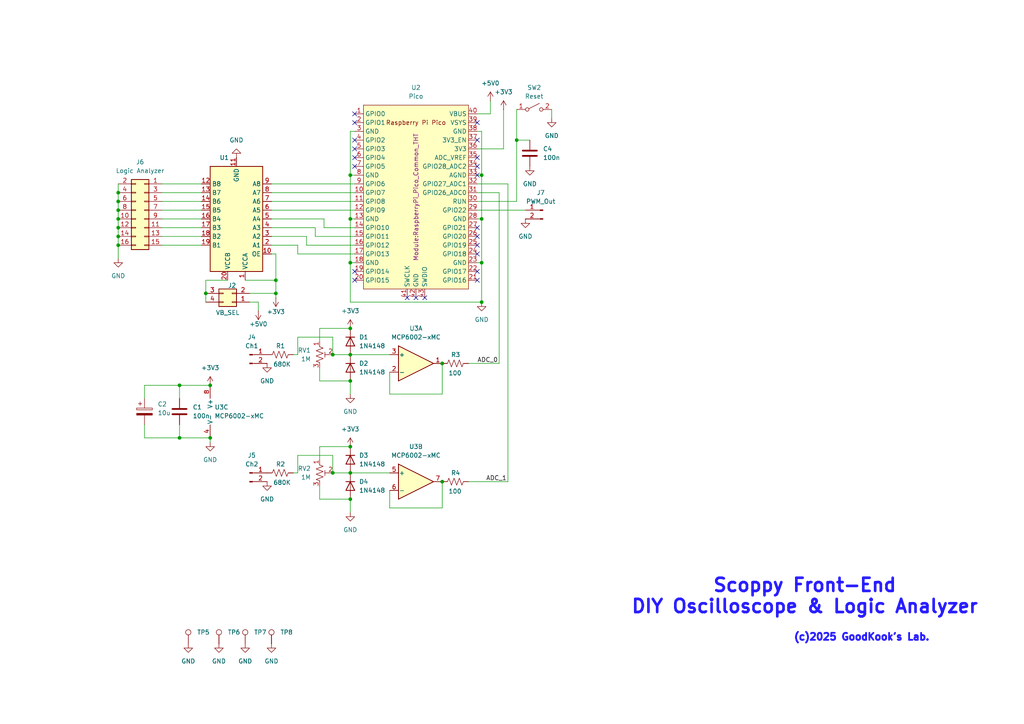
<source format=kicad_sch>
(kicad_sch (version 20250114) (generator "eeschema") (generator_version "9.0")
  (paper "A4")
  (lib_symbols
    (symbol "Amplifier_Operational:MCP6002-xMC" (pin_names (offset 0.127))
      (property "Reference" "U" (at 0 5.08 0))
      (property "Value" "MCP6002-xMC" (at 0 -5.08 0))
      (symbol "MCP6002-xMC_1_1"
        (polyline (pts (xy -5.08 5.08) (xy 5.08 0) (xy -5.08 -5.08) (xy -5.08 5.08)) (stroke (width 0.254)) (fill (type background)))
        (pin input line (at -7.62 2.54 0) (length 2.54) (name "+") (number "3"))
        (pin input line (at -7.62 -2.54 0) (length 2.54) (name "-") (number "2"))
        (pin output line (at 7.62 0 180) (length 2.54) (name "~") (number "1"))
      )
      (symbol "MCP6002-xMC_2_1"
        (polyline (pts (xy -5.08 5.08) (xy 5.08 0) (xy -5.08 -5.08) (xy -5.08 5.08)) (stroke (width 0.254)) (fill (type background)))
        (pin input line (at -7.62 2.54 0) (length 2.54) (name "+") (number "5"))
        (pin input line (at -7.62 -2.54 0) (length 2.54) (name "-") (number "6"))
        (pin output line (at 7.62 0 180) (length 2.54) (name "~") (number "7"))
      )
      (symbol "MCP6002-xMC_3_1"
        (pin power_in line (at -2.54 7.62 270) (length 3.81) (name "V+") (number "8"))
        (pin power_in line (at -2.54 -7.62 90) (length 3.81) (name "V-") (number "4"))
        (pin passive line (at -2.54 -7.62 90) (length 3.81) (hide yes) (name "V-") (number "9"))
      )
    )
    (symbol "Connector:Conn_01x02_Pin" (pin_names (offset 1.016) (hide yes))
      (property "Reference" "J" (at 0 2.54 0))
      (property "Value" "Conn_01x02_Pin" (at 0 -5.08 0))
      (symbol "Conn_01x02_Pin_1_1"
        (rectangle (start 0.8636 0.127) (end 0 -0.127) (stroke (width 0.1524)) (fill (type outline)))
        (rectangle (start 0.8636 -2.413) (end 0 -2.667) (stroke (width 0.1524)) (fill (type outline)))
        (polyline (pts (xy 1.27 0) (xy 0.8636 0)) (stroke (width 0.1524)))
        (polyline (pts (xy 1.27 -2.54) (xy 0.8636 -2.54)) (stroke (width 0.1524)))
        (pin passive line (at 5.08 0 180) (length 3.81) (name "Pin_1") (number "1"))
        (pin passive line (at 5.08 -2.54 180) (length 3.81) (name "Pin_2") (number "2"))
      )
    )
    (symbol "Connector:TestPoint" (pin_numbers (hide yes)) (pin_names (offset 0.762) (hide yes))
      (property "Reference" "TP" (at 0 6.858 0))
      (property "Value" "TestPoint" (at 0 5.08 0))
      (symbol "TestPoint_0_1"
        (circle (center 0 3.302) (radius 0.762))
      )
      (symbol "TestPoint_1_1"
        (pin passive line (at 0 0 90) (length 2.54) (name "1") (number "1"))
      )
    )
    (symbol "Connector_Generic:Conn_02x02_Counter_Clockwise" (pin_names (offset 1.016) (hide yes))
      (property "Reference" "J" (at 1.27 2.54 0))
      (property "Value" "Conn_02x02_Counter_Clockwise" (at 1.27 -5.08 0))
      (symbol "Conn_02x02_Counter_Clockwise_1_1"
        (rectangle (start -1.27 1.27) (end 3.81 -3.81) (stroke (width 0.254)) (fill (type background)))
        (rectangle (start -1.27 0.127) (end 0 -0.127) (stroke (width 0.1524)))
        (rectangle (start -1.27 -2.413) (end 0 -2.667) (stroke (width 0.1524)))
        (rectangle (start 3.81 0.127) (end 2.54 -0.127) (stroke (width 0.1524)))
        (rectangle (start 3.81 -2.413) (end 2.54 -2.667) (stroke (width 0.1524)))
        (pin passive line (at -5.08 0 0) (length 3.81) (name "Pin_1") (number "1"))
        (pin passive line (at -5.08 -2.54 0) (length 3.81) (name "Pin_2") (number "2"))
        (pin passive line (at 7.62 0 180) (length 3.81) (name "Pin_4") (number "4"))
        (pin passive line (at 7.62 -2.54 180) (length 3.81) (name "Pin_3") (number "3"))
      )
    )
    (symbol "Connector_Generic:Conn_02x08_Odd_Even" (pin_names (offset 1.016) (hide yes))
      (property "Reference" "J" (at 1.27 10.16 0))
      (property "Value" "Conn_02x08_Odd_Even" (at 1.27 -12.7 0))
      (symbol "Conn_02x08_Odd_Even_1_1"
        (rectangle (start -1.27 8.89) (end 3.81 -11.43) (stroke (width 0.254)) (fill (type background)))
        (rectangle (start -1.27 7.747) (end 0 7.493) (stroke (width 0.1524)))
        (rectangle (start -1.27 5.207) (end 0 4.953) (stroke (width 0.1524)))
        (rectangle (start -1.27 2.667) (end 0 2.413) (stroke (width 0.1524)))
        (rectangle (start -1.27 0.127) (end 0 -0.127) (stroke (width 0.1524)))
        (rectangle (start -1.27 -2.413) (end 0 -2.667) (stroke (width 0.1524)))
        (rectangle (start -1.27 -4.953) (end 0 -5.207) (stroke (width 0.1524)))
        (rectangle (start -1.27 -7.493) (end 0 -7.747) (stroke (width 0.1524)))
        (rectangle (start -1.27 -10.033) (end 0 -10.287) (stroke (width 0.1524)))
        (rectangle (start 3.81 7.747) (end 2.54 7.493) (stroke (width 0.1524)))
        (rectangle (start 3.81 5.207) (end 2.54 4.953) (stroke (width 0.1524)))
        (rectangle (start 3.81 2.667) (end 2.54 2.413) (stroke (width 0.1524)))
        (rectangle (start 3.81 0.127) (end 2.54 -0.127) (stroke (width 0.1524)))
        (rectangle (start 3.81 -2.413) (end 2.54 -2.667) (stroke (width 0.1524)))
        (rectangle (start 3.81 -4.953) (end 2.54 -5.207) (stroke (width 0.1524)))
        (rectangle (start 3.81 -7.493) (end 2.54 -7.747) (stroke (width 0.1524)))
        (rectangle (start 3.81 -10.033) (end 2.54 -10.287) (stroke (width 0.1524)))
        (pin passive line (at -5.08 7.62 0) (length 3.81) (name "Pin_1") (number "1"))
        (pin passive line (at -5.08 5.08 0) (length 3.81) (name "Pin_3") (number "3"))
        (pin passive line (at -5.08 2.54 0) (length 3.81) (name "Pin_5") (number "5"))
        (pin passive line (at -5.08 0 0) (length 3.81) (name "Pin_7") (number "7"))
        (pin passive line (at -5.08 -2.54 0) (length 3.81) (name "Pin_9") (number "9"))
        (pin passive line (at -5.08 -5.08 0) (length 3.81) (name "Pin_11") (number "11"))
        (pin passive line (at -5.08 -7.62 0) (length 3.81) (name "Pin_13") (number "13"))
        (pin passive line (at -5.08 -10.16 0) (length 3.81) (name "Pin_15") (number "15"))
        (pin passive line (at 7.62 7.62 180) (length 3.81) (name "Pin_2") (number "2"))
        (pin passive line (at 7.62 5.08 180) (length 3.81) (name "Pin_4") (number "4"))
        (pin passive line (at 7.62 2.54 180) (length 3.81) (name "Pin_6") (number "6"))
        (pin passive line (at 7.62 0 180) (length 3.81) (name "Pin_8") (number "8"))
        (pin passive line (at 7.62 -2.54 180) (length 3.81) (name "Pin_10") (number "10"))
        (pin passive line (at 7.62 -5.08 180) (length 3.81) (name "Pin_12") (number "12"))
        (pin passive line (at 7.62 -7.62 180) (length 3.81) (name "Pin_14") (number "14"))
        (pin passive line (at 7.62 -10.16 180) (length 3.81) (name "Pin_16") (number "16"))
      )
    )
    (symbol "Device:C" (pin_numbers (hide yes)) (pin_names (offset 0.254))
      (property "Reference" "C" (at 0.635 2.54 0))
      (property "Value" "C" (at 0.635 -2.54 0))
      (symbol "C_0_1"
        (polyline (pts (xy -2.032 0.762) (xy 2.032 0.762)) (stroke (width 0.508)))
        (polyline (pts (xy -2.032 -0.762) (xy 2.032 -0.762)) (stroke (width 0.508)))
      )
      (symbol "C_1_1"
        (pin passive line (at 0 3.81 270) (length 2.794) (name "~") (number "1"))
        (pin passive line (at 0 -3.81 90) (length 2.794) (name "~") (number "2"))
      )
    )
    (symbol "Device:C_Polarized" (pin_numbers (hide yes)) (pin_names (offset 0.254))
      (property "Reference" "C" (at 0.635 2.54 0))
      (property "Value" "C_Polarized" (at 0.635 -2.54 0))
      (symbol "C_Polarized_0_1"
        (rectangle (start -2.286 0.508) (end 2.286 1.016))
        (polyline (pts (xy -1.778 2.286) (xy -0.762 2.286)))
        (polyline (pts (xy -1.27 2.794) (xy -1.27 1.778)))
        (rectangle (start 2.286 -0.508) (end -2.286 -1.016) (fill (type outline)))
      )
      (symbol "C_Polarized_1_1"
        (pin passive line (at 0 3.81 270) (length 2.794) (name "~") (number "1"))
        (pin passive line (at 0 -3.81 90) (length 2.794) (name "~") (number "2"))
      )
    )
    (symbol "Device:R_Potentiometer_Trim_US" (pin_names (offset 1.016) (hide yes))
      (property "Reference" "RV" (at -4.445 0 90))
      (property "Value" "R_Potentiometer_Trim_US" (at -2.54 0 90))
      (symbol "R_Potentiometer_Trim_US_0_1"
        (polyline (pts (xy 0 2.286) (xy 0 2.54)))
        (polyline (pts (xy 0 2.286) (xy 1.016 1.905) (xy 0 1.524) (xy -1.016 1.143) (xy 0 0.762)))
        (polyline (pts (xy 0 0.762) (xy 1.016 0.381) (xy 0 0) (xy -1.016 -0.381) (xy 0 -0.762)))
        (polyline (pts (xy 0 -0.762) (xy 1.016 -1.143) (xy 0 -1.524) (xy -1.016 -1.905) (xy 0 -2.286)))
        (polyline (pts (xy 0 -2.286) (xy 0 -2.54)))
        (polyline (pts (xy 1.524 0.762) (xy 1.524 -0.762)))
        (polyline (pts (xy 2.54 0) (xy 1.524 0)))
      )
      (symbol "R_Potentiometer_Trim_US_1_1"
        (pin passive line (at 0 3.81 270) (length 1.27) (name "1") (number "1"))
        (pin passive line (at 0 -3.81 90) (length 1.27) (name "3") (number "3"))
        (pin passive line (at 3.81 0 180) (length 1.27) (name "2") (number "2"))
      )
    )
    (symbol "Device:R_US" (pin_numbers (hide yes)) (pin_names (offset 0))
      (property "Reference" "R" (at 2.54 0 90))
      (property "Value" "R_US" (at -2.54 0 90))
      (symbol "R_US_0_1"
        (polyline (pts (xy 0 2.286) (xy 0 2.54)))
        (polyline (pts (xy 0 2.286) (xy 1.016 1.905) (xy 0 1.524) (xy -1.016 1.143) (xy 0 0.762)))
        (polyline (pts (xy 0 0.762) (xy 1.016 0.381) (xy 0 0) (xy -1.016 -0.381) (xy 0 -0.762)))
        (polyline (pts (xy 0 -0.762) (xy 1.016 -1.143) (xy 0 -1.524) (xy -1.016 -1.905) (xy 0 -2.286)))
        (polyline (pts (xy 0 -2.286) (xy 0 -2.54)))
      )
      (symbol "R_US_1_1"
        (pin passive line (at 0 3.81 270) (length 1.27) (name "~") (number "1"))
        (pin passive line (at 0 -3.81 90) (length 1.27) (name "~") (number "2"))
      )
    )
    (symbol "Diode:1N4148" (pin_numbers (hide yes)) (pin_names (hide yes))
      (property "Reference" "D" (at 0 2.54 0))
      (property "Value" "1N4148" (at 0 -2.54 0))
      (symbol "1N4148_0_1"
        (polyline (pts (xy -1.27 1.27) (xy -1.27 -1.27)) (stroke (width 0.254)))
        (polyline (pts (xy 1.27 1.27) (xy 1.27 -1.27) (xy -1.27 0) (xy 1.27 1.27)) (stroke (width 0.254)))
        (polyline (pts (xy 1.27 0) (xy -1.27 0)))
      )
      (symbol "1N4148_1_1"
        (pin passive line (at -3.81 0 0) (length 2.54) (name "K") (number "1"))
        (pin passive line (at 3.81 0 180) (length 2.54) (name "A") (number "2"))
      )
    )
    (symbol "Library:Level_Shifter_Module_HW-221"
      (property "Reference" "U" (at -6.35 16.51 0))
      (property "Value" "Level_Shifter_Module_HW-221" (at 3.81 16.51 0))
      (symbol "Level_Shifter_Module_HW-221_0_1"
        (rectangle (start -7.62 15.24) (end 7.62 -15.24) (stroke (width 0.254)) (fill (type background)))
      )
      (symbol "Level_Shifter_Module_HW-221_1_1"
        (pin input line (at -10.16 10.16 0) (length 2.54) (name "OE") (number "10"))
        (pin bidirectional line (at -10.16 7.62 0) (length 2.54) (name "A1") (number "2"))
        (pin bidirectional line (at -10.16 5.08 0) (length 2.54) (name "A2") (number "3"))
        (pin bidirectional line (at -10.16 2.54 0) (length 2.54) (name "A3") (number "4"))
        (pin bidirectional line (at -10.16 0 0) (length 2.54) (name "A4") (number "5"))
        (pin bidirectional line (at -10.16 -2.54 0) (length 2.54) (name "A5") (number "6"))
        (pin bidirectional line (at -10.16 -5.08 0) (length 2.54) (name "A6") (number "7"))
        (pin bidirectional line (at -10.16 -7.62 0) (length 2.54) (name "A7") (number "8"))
        (pin bidirectional line (at -10.16 -10.16 0) (length 2.54) (name "A8") (number "9"))
        (pin power_in line (at -2.54 17.78 270) (length 2.54) (name "VCCA") (number "1"))
        (pin power_in line (at 0 -17.78 90) (length 2.54) (name "GND") (number "11"))
        (pin power_in line (at 2.54 17.78 270) (length 2.54) (name "VCCB") (number "20"))
        (pin bidirectional line (at 10.16 7.62 180) (length 2.54) (name "B1") (number "19"))
        (pin bidirectional line (at 10.16 5.08 180) (length 2.54) (name "B2") (number "18"))
        (pin bidirectional line (at 10.16 2.54 180) (length 2.54) (name "B3") (number "17"))
        (pin bidirectional line (at 10.16 0 180) (length 2.54) (name "B4") (number "16"))
        (pin bidirectional line (at 10.16 -2.54 180) (length 2.54) (name "B5") (number "15"))
        (pin bidirectional line (at 10.16 -5.08 180) (length 2.54) (name "B6") (number "14"))
        (pin bidirectional line (at 10.16 -7.62 180) (length 2.54) (name "B7") (number "13"))
        (pin bidirectional line (at 10.16 -10.16 180) (length 2.54) (name "B8") (number "12"))
      )
    )
    (symbol "MCU_RaspberryPi_and_Boards:Pico"
      (property "Reference" "U" (at -13.97 27.94 0))
      (property "Value" "Pico" (at 0 19.05 0))
      (symbol "Pico_0_0"
        (text "Raspberry Pi Pico" (at 0 21.59 0) (effects (font (size 1.27 1.27))))
      )
      (symbol "Pico_0_1"
        (rectangle (start -15.24 26.67) (end 15.24 -26.67) (fill (type background)))
      )
      (symbol "Pico_1_1"
        (pin bidirectional line (at -17.78 24.13 0) (length 2.54) (name "GPIO0") (number "1"))
        (pin bidirectional line (at -17.78 21.59 0) (length 2.54) (name "GPIO1") (number "2"))
        (pin power_in line (at -17.78 19.05 0) (length 2.54) (name "GND") (number "3"))
        (pin bidirectional line (at -17.78 16.51 0) (length 2.54) (name "GPIO2") (number "4"))
        (pin bidirectional line (at -17.78 13.97 0) (length 2.54) (name "GPIO3") (number "5"))
        (pin bidirectional line (at -17.78 11.43 0) (length 2.54) (name "GPIO4") (number "6"))
        (pin bidirectional line (at -17.78 8.89 0) (length 2.54) (name "GPIO5") (number "7"))
        (pin power_in line (at -17.78 6.35 0) (length 2.54) (name "GND") (number "8"))
        (pin bidirectional line (at -17.78 3.81 0) (length 2.54) (name "GPIO6") (number "9"))
        (pin bidirectional line (at -17.78 1.27 0) (length 2.54) (name "GPIO7") (number "10"))
        (pin bidirectional line (at -17.78 -1.27 0) (length 2.54) (name "GPIO8") (number "11"))
        (pin bidirectional line (at -17.78 -3.81 0) (length 2.54) (name "GPIO9") (number "12"))
        (pin power_in line (at -17.78 -6.35 0) (length 2.54) (name "GND") (number "13"))
        (pin bidirectional line (at -17.78 -8.89 0) (length 2.54) (name "GPIO10") (number "14"))
        (pin bidirectional line (at -17.78 -11.43 0) (length 2.54) (name "GPIO11") (number "15"))
        (pin bidirectional line (at -17.78 -13.97 0) (length 2.54) (name "GPIO12") (number "16"))
        (pin bidirectional line (at -17.78 -16.51 0) (length 2.54) (name "GPIO13") (number "17"))
        (pin power_in line (at -17.78 -19.05 0) (length 2.54) (name "GND") (number "18"))
        (pin bidirectional line (at -17.78 -21.59 0) (length 2.54) (name "GPIO14") (number "19"))
        (pin bidirectional line (at -17.78 -24.13 0) (length 2.54) (name "GPIO15") (number "20"))
        (pin input line (at -2.54 -29.21 90) (length 2.54) (name "SWCLK") (number "41"))
        (pin power_in line (at 0 -29.21 90) (length 2.54) (name "GND") (number "42"))
        (pin bidirectional line (at 2.54 -29.21 90) (length 2.54) (name "SWDIO") (number "43"))
        (pin power_in line (at 17.78 24.13 180) (length 2.54) (name "VBUS") (number "40"))
        (pin power_in line (at 17.78 21.59 180) (length 2.54) (name "VSYS") (number "39"))
        (pin bidirectional line (at 17.78 19.05 180) (length 2.54) (name "GND") (number "38"))
        (pin input line (at 17.78 16.51 180) (length 2.54) (name "3V3_EN") (number "37"))
        (pin power_in line (at 17.78 13.97 180) (length 2.54) (name "3V3") (number "36"))
        (pin power_in line (at 17.78 11.43 180) (length 2.54) (name "ADC_VREF") (number "35"))
        (pin bidirectional line (at 17.78 8.89 180) (length 2.54) (name "GPIO28_ADC2") (number "34"))
        (pin power_in line (at 17.78 6.35 180) (length 2.54) (name "AGND") (number "33"))
        (pin bidirectional line (at 17.78 3.81 180) (length 2.54) (name "GPIO27_ADC1") (number "32"))
        (pin bidirectional line (at 17.78 1.27 180) (length 2.54) (name "GPIO26_ADC0") (number "31"))
        (pin input line (at 17.78 -1.27 180) (length 2.54) (name "RUN") (number "30"))
        (pin bidirectional line (at 17.78 -3.81 180) (length 2.54) (name "GPIO22") (number "29"))
        (pin power_in line (at 17.78 -6.35 180) (length 2.54) (name "GND") (number "28"))
        (pin bidirectional line (at 17.78 -8.89 180) (length 2.54) (name "GPIO21") (number "27"))
        (pin bidirectional line (at 17.78 -11.43 180) (length 2.54) (name "GPIO20") (number "26"))
        (pin bidirectional line (at 17.78 -13.97 180) (length 2.54) (name "GPIO19") (number "25"))
        (pin bidirectional line (at 17.78 -16.51 180) (length 2.54) (name "GPIO18") (number "24"))
        (pin power_in line (at 17.78 -19.05 180) (length 2.54) (name "GND") (number "23"))
        (pin bidirectional line (at 17.78 -21.59 180) (length 2.54) (name "GPIO17") (number "22"))
        (pin bidirectional line (at 17.78 -24.13 180) (length 2.54) (name "GPIO16") (number "21"))
      )
    )
    (symbol "Switch:SW_SPST" (pin_names (offset 0) (hide yes))
      (property "Reference" "SW" (at 0 3.175 0))
      (property "Value" "SW_SPST" (at 0 -2.54 0))
      (symbol "SW_SPST_0_0"
        (circle (center -2.032 0) (radius 0.508))
        (polyline (pts (xy -1.524 0.254) (xy 1.524 1.778)))
        (circle (center 2.032 0) (radius 0.508))
      )
      (symbol "SW_SPST_1_1"
        (pin passive line (at -5.08 0 0) (length 2.54) (name "A") (number "1"))
        (pin passive line (at 5.08 0 180) (length 2.54) (name "B") (number "2"))
      )
    )
    (symbol "power:+3V3" (power) (pin_numbers (hide yes)) (pin_names (offset 0) (hide yes))
      (property "Value" "+3V3" (at 0 3.556 0))
      (symbol "+3V3_0_1"
        (polyline (pts (xy -0.762 1.27) (xy 0 2.54)))
        (polyline (pts (xy 0 2.54) (xy 0.762 1.27)))
        (polyline (pts (xy 0 0) (xy 0 2.54)))
      )
      (symbol "+3V3_1_1"
        (pin power_in line (at 0 0 90) (length 0) (name "~") (number "1"))
      )
    )
    (symbol "power:GND" (power) (pin_numbers (hide yes)) (pin_names (offset 0) (hide yes))
      (property "Value" "GND" (at 0 -3.81 0))
      (symbol "GND_0_1"
        (polyline (pts (xy 0 0) (xy 0 -1.27) (xy 1.27 -1.27) (xy 0 -2.54) (xy -1.27 -1.27) (xy 0 -1.27)))
      )
      (symbol "GND_1_1"
        (pin power_in line (at 0 0 270) (length 0) (name "~") (number "1"))
      )
    )
  )
  (text "Scoppy Front-End\nDIY Oscilloscope & Logic Analyzer" (at 233.426 172.974 0) (effects (font (size 3.81 3.81) (thickness 0.762) (bold yes))))
  (text "(c)2025 GoodKook's Lab." (at 249.936 184.912 0) (effects (font (size 2.032 2.032) (thickness 0.762) (bold yes))))
  (junction (at 149.86 40.64))
  (junction (at 34.29 58.42))
  (junction (at 139.7 50.8))
  (junction (at 34.29 66.04))
  (junction (at 101.6 129.54))
  (junction (at 52.07 127))
  (junction (at 128.27 139.7))
  (junction (at 139.7 63.5))
  (junction (at 96.52 137.16))
  (junction (at 101.6 102.87))
  (junction (at 101.6 76.2))
  (junction (at 96.52 102.87))
  (junction (at 60.96 127))
  (junction (at 139.7 87.63))
  (junction (at 101.6 110.49))
  (junction (at 34.29 63.5))
  (junction (at 80.01 85.09))
  (junction (at 34.29 68.58))
  (junction (at 101.6 137.16))
  (junction (at 34.29 71.12))
  (junction (at 34.29 55.88))
  (junction (at 34.29 60.96))
  (junction (at 101.6 144.78))
  (junction (at 101.6 63.5))
  (junction (at 60.96 111.76))
  (junction (at 101.6 95.25))
  (junction (at 139.7 76.2))
  (junction (at 80.01 81.28))
  (junction (at 128.27 105.41))
  (junction (at 52.07 111.76))
  (junction (at 59.69 85.09))
  (junction (at 101.6 50.8))
  (no_connect (at 120.65 86.36))
  (no_connect (at 102.87 35.56))
  (no_connect (at 138.43 66.04))
  (no_connect (at 138.43 35.56))
  (no_connect (at 138.43 71.12))
  (no_connect (at 138.43 45.72))
  (no_connect (at 102.87 78.74))
  (no_connect (at 102.87 33.02))
  (no_connect (at 138.43 50.8))
  (no_connect (at 138.43 78.74))
  (no_connect (at 102.87 40.64))
  (no_connect (at 138.43 68.58))
  (no_connect (at 138.43 48.26))
  (no_connect (at 123.19 86.36))
  (no_connect (at 102.87 48.26))
  (no_connect (at 138.43 73.66))
  (no_connect (at 138.43 81.28))
  (no_connect (at 102.87 43.18))
  (no_connect (at 138.43 40.64))
  (no_connect (at 118.11 86.36))
  (no_connect (at 102.87 81.28))
  (no_connect (at 102.87 45.72))
  (wire (pts (xy 88.9 71.12) (xy 102.87 71.12)))
  (wire (pts (xy 113.03 114.3) (xy 128.27 114.3)))
  (wire (pts (xy 138.43 60.96) (xy 152.4 60.96)))
  (wire (pts (xy 138.43 58.42) (xy 149.86 58.42)))
  (wire (pts (xy 135.89 139.7) (xy 147.32 139.7)))
  (wire (pts (xy 128.27 114.3) (xy 128.27 105.41)))
  (wire (pts (xy 92.71 110.49) (xy 101.6 110.49)))
  (wire (pts (xy 96.52 97.79) (xy 96.52 102.87)))
  (wire (pts (xy 101.6 76.2) (xy 101.6 87.63)))
  (wire (pts (xy 101.6 129.54) (xy 92.71 129.54)))
  (wire (pts (xy 41.91 127) (xy 52.07 127)))
  (wire (pts (xy 34.29 55.88) (xy 34.29 58.42)))
  (wire (pts (xy 78.74 66.04) (xy 91.44 66.04)))
  (wire (pts (xy 93.98 63.5) (xy 93.98 66.04)))
  (wire (pts (xy 34.29 63.5) (xy 34.29 66.04)))
  (wire (pts (xy 101.6 50.8) (xy 101.6 63.5)))
  (wire (pts (xy 85.09 102.87) (xy 86.36 102.87)))
  (wire (pts (xy 78.74 58.42) (xy 102.87 58.42)))
  (wire (pts (xy 80.01 73.66) (xy 80.01 81.28)))
  (wire (pts (xy 46.99 60.96) (xy 58.42 60.96)))
  (wire (pts (xy 101.6 63.5) (xy 102.87 63.5)))
  (wire (pts (xy 139.7 76.2) (xy 139.7 63.5)))
  (wire (pts (xy 46.99 71.12) (xy 58.42 71.12)))
  (wire (pts (xy 86.36 102.87) (xy 86.36 97.79)))
  (wire (pts (xy 86.36 137.16) (xy 86.36 132.08)))
  (wire (pts (xy 101.6 95.25) (xy 92.71 95.25)))
  (wire (pts (xy 138.43 76.2) (xy 139.7 76.2)))
  (wire (pts (xy 102.87 38.1) (xy 101.6 38.1)))
  (wire (pts (xy 113.03 102.87) (xy 101.6 102.87)))
  (wire (pts (xy 78.74 68.58) (xy 88.9 68.58)))
  (wire (pts (xy 86.36 97.79) (xy 96.52 97.79)))
  (wire (pts (xy 78.74 63.5) (xy 93.98 63.5)))
  (wire (pts (xy 101.6 114.3) (xy 101.6 110.49)))
  (wire (pts (xy 52.07 127) (xy 60.96 127)))
  (wire (pts (xy 71.12 81.28) (xy 80.01 81.28)))
  (wire (pts (xy 101.6 87.63) (xy 139.7 87.63)))
  (wire (pts (xy 34.29 68.58) (xy 34.29 71.12)))
  (wire (pts (xy 101.6 63.5) (xy 101.6 76.2)))
  (wire (pts (xy 138.43 53.34) (xy 147.32 53.34)))
  (wire (pts (xy 92.71 140.97) (xy 92.71 144.78)))
  (wire (pts (xy 46.99 63.5) (xy 58.42 63.5)))
  (wire (pts (xy 101.6 38.1) (xy 101.6 50.8)))
  (wire (pts (xy 52.07 111.76) (xy 60.96 111.76)))
  (wire (pts (xy 78.74 60.96) (xy 102.87 60.96)))
  (wire (pts (xy 138.43 55.88) (xy 144.78 55.88)))
  (wire (pts (xy 34.29 60.96) (xy 34.29 63.5)))
  (wire (pts (xy 138.43 63.5) (xy 139.7 63.5)))
  (wire (pts (xy 78.74 71.12) (xy 86.36 71.12)))
  (wire (pts (xy 59.69 85.09) (xy 59.69 81.28)))
  (wire (pts (xy 139.7 63.5) (xy 139.7 50.8)))
  (wire (pts (xy 41.91 123.19) (xy 41.91 127)))
  (wire (pts (xy 34.29 71.12) (xy 34.29 74.93)))
  (wire (pts (xy 113.03 147.32) (xy 128.27 147.32)))
  (wire (pts (xy 80.01 81.28) (xy 80.01 85.09)))
  (wire (pts (xy 72.39 87.63) (xy 74.93 87.63)))
  (wire (pts (xy 149.86 40.64) (xy 153.67 40.64)))
  (wire (pts (xy 34.29 53.34) (xy 34.29 55.88)))
  (wire (pts (xy 160.02 31.75) (xy 160.02 34.29)))
  (wire (pts (xy 101.6 76.2) (xy 102.87 76.2)))
  (wire (pts (xy 101.6 137.16) (xy 96.52 137.16)))
  (wire (pts (xy 92.71 106.68) (xy 92.71 110.49)))
  (wire (pts (xy 46.99 53.34) (xy 58.42 53.34)))
  (wire (pts (xy 149.86 31.75) (xy 149.86 40.64)))
  (wire (pts (xy 78.74 53.34) (xy 102.87 53.34)))
  (wire (pts (xy 41.91 115.57) (xy 41.91 111.76)))
  (wire (pts (xy 41.91 111.76) (xy 52.07 111.76)))
  (wire (pts (xy 46.99 58.42) (xy 58.42 58.42)))
  (wire (pts (xy 52.07 111.76) (xy 52.07 115.57)))
  (wire (pts (xy 91.44 68.58) (xy 102.87 68.58)))
  (wire (pts (xy 101.6 102.87) (xy 96.52 102.87)))
  (wire (pts (xy 138.43 50.8) (xy 139.7 50.8)))
  (wire (pts (xy 88.9 68.58) (xy 88.9 71.12)))
  (wire (pts (xy 86.36 73.66) (xy 102.87 73.66)))
  (wire (pts (xy 46.99 66.04) (xy 58.42 66.04)))
  (wire (pts (xy 86.36 132.08) (xy 96.52 132.08)))
  (wire (pts (xy 92.71 95.25) (xy 92.71 99.06)))
  (wire (pts (xy 59.69 81.28) (xy 66.04 81.28)))
  (wire (pts (xy 80.01 85.09) (xy 80.01 86.36)))
  (wire (pts (xy 60.96 128.27) (xy 60.96 127)))
  (wire (pts (xy 138.43 43.18) (xy 146.05 43.18)))
  (wire (pts (xy 92.71 129.54) (xy 92.71 133.35)))
  (wire (pts (xy 113.03 142.24) (xy 113.03 147.32)))
  (wire (pts (xy 34.29 66.04) (xy 34.29 68.58)))
  (wire (pts (xy 139.7 38.1) (xy 138.43 38.1)))
  (wire (pts (xy 85.09 137.16) (xy 86.36 137.16)))
  (wire (pts (xy 91.44 66.04) (xy 91.44 68.58)))
  (wire (pts (xy 92.71 144.78) (xy 101.6 144.78)))
  (wire (pts (xy 86.36 71.12) (xy 86.36 73.66)))
  (wire (pts (xy 101.6 50.8) (xy 102.87 50.8)))
  (wire (pts (xy 135.89 105.41) (xy 144.78 105.41)))
  (wire (pts (xy 128.27 147.32) (xy 128.27 139.7)))
  (wire (pts (xy 101.6 148.59) (xy 101.6 144.78)))
  (wire (pts (xy 46.99 68.58) (xy 58.42 68.58)))
  (wire (pts (xy 46.99 55.88) (xy 58.42 55.88)))
  (wire (pts (xy 74.93 87.63) (xy 74.93 90.17)))
  (wire (pts (xy 139.7 87.63) (xy 139.7 76.2)))
  (wire (pts (xy 96.52 132.08) (xy 96.52 137.16)))
  (wire (pts (xy 149.86 40.64) (xy 149.86 58.42)))
  (wire (pts (xy 144.78 55.88) (xy 144.78 105.41)))
  (wire (pts (xy 146.05 31.75) (xy 146.05 43.18)))
  (wire (pts (xy 113.03 107.95) (xy 113.03 114.3)))
  (wire (pts (xy 72.39 85.09) (xy 80.01 85.09)))
  (wire (pts (xy 78.74 55.88) (xy 102.87 55.88)))
  (wire (pts (xy 93.98 66.04) (xy 102.87 66.04)))
  (wire (pts (xy 113.03 137.16) (xy 101.6 137.16)))
  (wire (pts (xy 34.29 58.42) (xy 34.29 60.96)))
  (wire (pts (xy 59.69 85.09) (xy 59.69 87.63)))
  (wire (pts (xy 147.32 53.34) (xy 147.32 139.7)))
  (wire (pts (xy 139.7 50.8) (xy 139.7 38.1)))
  (wire (pts (xy 78.74 73.66) (xy 80.01 73.66)))
  (wire (pts (xy 138.43 33.02) (xy 142.24 33.02)))
  (wire (pts (xy 52.07 123.19) (xy 52.07 127)))
  (wire (pts (xy 142.24 29.21) (xy 142.24 33.02)))
  (label "ADC_0" (at 138.43 105.41 0))
  (label "ADC_1" (at 140.97 139.7 0))
  (symbol (lib_id "power:GND") (at 160.02 34.29 0) (unit 1)
    (property "Reference" "#PWR17" (effects (hide yes)))
    (property "Value" "GND" (at 160.02 39.37 0))
    (property "Description" "Power symbol creates a global label with name \"GND\" , ground" (effects (hide yes)))
  )
  (symbol (lib_id "Device:C") (at 153.67 44.45 0) (unit 1)
    (property "Reference" "C4" (at 157.48 43.1799 0) (effects (justify left)))
    (property "Value" "100n" (at 157.48 45.7199 0) (effects (justify left)))
    (property "Footprint" "Capacitor_THT:C_Disc_D3.8mm_W2.6mm_P2.50mm" (effects (hide yes)))
    (property "Description" "Unpolarized capacitor" (effects (hide yes)))
  )
  (symbol (lib_id "Connector:Conn_01x02_Pin") (at 157.48 60.96 0) (mirror y) (unit 1)
    (property "Reference" "J7" (at 156.845 55.88 0))
    (property "Value" "PWM_Out" (at 156.845 58.42 0))
    (property "Footprint" "Connector_PinHeader_2.54mm:PinHeader_2x01_P2.54mm_Vertical" (effects (hide yes)))
    (property "Description" "Generic connector, single row, 01x02, script generated" (effects (hide yes)))
  )
  (symbol (lib_id "power:GND") (at 101.6 114.3 0) (unit 1)
    (property "Reference" "#PWR7" (effects (hide yes)))
    (property "Value" "GND" (at 101.6 119.38 0))
    (property "Description" "Power symbol creates a global label with name \"GND\" , ground" (effects (hide yes)))
  )
  (symbol (lib_id "Amplifier_Operational:MCP6002-xMC") (at 120.65 139.7 0) (unit 2)
    (property "Reference" "U3" (at 120.65 129.54 0))
    (property "Value" "MCP6002-xMC" (at 120.65 132.08 0))
    (property "Footprint" "Package_DIP:DIP-8_W10.16mm_LongPads" (effects (hide yes)))
    (property "Datasheet" "http://ww1.microchip.com/downloads/en/DeviceDoc/21733j.pdf" (effects (hide yes)))
    (property "Description" "1MHz, Low-Power Op Amp, DFN-8" (effects (hide yes)))
  )
  (symbol (lib_id "power:GND") (at 68.58 45.72 0) (mirror x) (unit 1)
    (property "Reference" "#PWR019" (effects (hide yes)))
    (property "Value" "GND" (at 68.58 40.64 0))
    (property "Description" "Power symbol creates a global label with name \"GND\" , ground" (effects (hide yes)))
  )
  (symbol (lib_id "power:GND") (at 77.47 105.41 0) (unit 1)
    (property "Reference" "#PWR8" (effects (hide yes)))
    (property "Value" "GND" (at 77.47 110.49 0))
    (property "Description" "Power symbol creates a global label with name \"GND\" , ground" (effects (hide yes)))
  )
  (symbol (lib_id "Connector:TestPoint") (at 63.5 186.69 0) (unit 1)
    (property "Reference" "TP6" (at 66.04 183.3879 0) (effects (justify left)))
    (property "Value" "Mounting Hole" (effects (hide yes)))
    (property "Footprint" "MountingHole:MountingHole_3.2mm_M3" (effects (hide yes)))
    (property "Description" "test point" (effects (hide yes)))
  )
  (symbol (lib_id "Device:R_US") (at 81.28 102.87 270) (unit 1)
    (property "Reference" "R1" (at 80.01 100.33 90) (effects (justify left)))
    (property "Value" "680K" (at 79.248 105.664 90) (effects (justify left)))
    (property "Footprint" "Resistor_THT:R_Axial_DIN0204_L3.6mm_D1.6mm_P7.62mm_Horizontal" (effects (hide yes)))
    (property "Description" "Resistor, US symbol" (effects (hide yes)))
  )
  (symbol (lib_id "power:GND") (at 101.6 148.59 0) (unit 1)
    (property "Reference" "#PWR11" (effects (hide yes)))
    (property "Value" "GND" (at 101.6 153.67 0))
    (property "Description" "Power symbol creates a global label with name \"GND\" , ground" (effects (hide yes)))
  )
  (symbol (lib_id "power:+3V3") (at 101.6 95.25 0) (unit 1)
    (property "Reference" "#PWR6" (effects (hide yes)))
    (property "Value" "+3V3" (at 101.6 90.17 0))
    (property "Description" "Power symbol creates a global label with name \"+3V3\"" (effects (hide yes)))
  )
  (symbol (lib_id "power:+3V3") (at 142.24 29.21 0) (unit 1)
    (property "Reference" "#PWR025" (effects (hide yes)))
    (property "Value" "+5V0" (at 142.24 24.13 0))
    (property "Description" "Power symbol creates a global label with name \"+3V3\"" (effects (hide yes)))
  )
  (symbol (lib_id "power:GND") (at 152.4 63.5 0) (unit 1)
    (property "Reference" "#PWR16" (effects (hide yes)))
    (property "Value" "GND" (at 152.4 68.58 0))
    (property "Description" "Power symbol creates a global label with name \"GND\" , ground" (effects (hide yes)))
  )
  (symbol (lib_id "Device:R_US") (at 132.08 139.7 270) (unit 1)
    (property "Reference" "R4" (at 130.81 137.16 90) (effects (justify left)))
    (property "Value" "100" (at 130.048 142.494 90) (effects (justify left)))
    (property "Footprint" "Resistor_THT:R_Axial_DIN0204_L3.6mm_D1.6mm_P7.62mm_Horizontal" (effects (hide yes)))
    (property "Description" "Resistor, US symbol" (effects (hide yes)))
  )
  (symbol (lib_id "Connector:TestPoint") (at 71.12 186.69 0) (unit 1)
    (property "Reference" "TP7" (at 73.66 183.3879 0) (effects (justify left)))
    (property "Value" "Mounting Hole" (effects (hide yes)))
    (property "Footprint" "MountingHole:MountingHole_3.2mm_M3" (effects (hide yes)))
    (property "Description" "test point" (effects (hide yes)))
  )
  (symbol (lib_id "Device:R_US") (at 81.28 137.16 270) (unit 1)
    (property "Reference" "R2" (at 80.01 134.62 90) (effects (justify left)))
    (property "Value" "680K" (at 79.248 139.954 90) (effects (justify left)))
    (property "Footprint" "Resistor_THT:R_Axial_DIN0204_L3.6mm_D1.6mm_P7.62mm_Horizontal" (effects (hide yes)))
    (property "Description" "Resistor, US symbol" (effects (hide yes)))
  )
  (symbol (lib_id "Amplifier_Operational:MCP6002-xMC") (at 63.5 119.38 0) (unit 3)
    (property "Reference" "U3" (at 62.23 118.1099 0) (effects (justify left)))
    (property "Value" "MCP6002-xMC" (at 62.23 120.6499 0) (effects (justify left)))
    (property "Footprint" "Package_DIP:DIP-8_W10.16mm_LongPads" (effects (hide yes)))
    (property "Datasheet" "http://ww1.microchip.com/downloads/en/DeviceDoc/21733j.pdf" (effects (hide yes)))
    (property "Description" "1MHz, Low-Power Op Amp, DFN-8" (effects (hide yes)))
  )
  (symbol (lib_id "power:GND") (at 63.5 186.69 0) (unit 1)
    (property "Reference" "#PWR027" (effects (hide yes)))
    (property "Value" "GND" (at 63.5 191.77 0))
    (property "Description" "Power symbol creates a global label with name \"GND\" , ground" (effects (hide yes)))
  )
  (symbol (lib_id "Connector:TestPoint") (at 54.61 186.69 0) (unit 1)
    (property "Reference" "TP5" (at 57.15 183.3879 0) (effects (justify left)))
    (property "Value" "Mounting Hole" (effects (hide yes)))
    (property "Footprint" "MountingHole:MountingHole_3.2mm_M3" (effects (hide yes)))
    (property "Description" "test point" (effects (hide yes)))
  )
  (symbol (lib_id "Device:R_Potentiometer_Trim_US") (at 92.71 102.87 0) (unit 1)
    (property "Reference" "RV1" (at 90.17 101.5999 0) (effects (justify right)))
    (property "Value" "1M" (at 90.17 104.1399 0) (effects (justify right)))
    (property "Footprint" "Potentiometer_THT:Potentiometer_Runtron_RM-065_Vertical" (effects (hide yes)))
    (property "Description" "Trim-potentiometer, US symbol" (effects (hide yes)))
  )
  (symbol (lib_id "power:GND") (at 77.47 139.7 0) (unit 1)
    (property "Reference" "#PWR9" (effects (hide yes)))
    (property "Value" "GND" (at 77.47 144.78 0))
    (property "Description" "Power symbol creates a global label with name \"GND\" , ground" (effects (hide yes)))
  )
  (symbol (lib_id "Connector:TestPoint") (at 78.74 186.69 0) (unit 1)
    (property "Reference" "TP8" (at 81.28 183.3879 0) (effects (justify left)))
    (property "Value" "Mounting Hole" (effects (hide yes)))
    (property "Footprint" "MountingHole:MountingHole_3.2mm_M3" (effects (hide yes)))
    (property "Description" "test point" (effects (hide yes)))
  )
  (symbol (lib_id "Amplifier_Operational:MCP6002-xMC") (at 120.65 105.41 0) (unit 1)
    (property "Reference" "U3" (at 120.65 95.25 0))
    (property "Value" "MCP6002-xMC" (at 120.65 97.79 0))
    (property "Footprint" "Package_DIP:DIP-8_W10.16mm_LongPads" (effects (hide yes)))
    (property "Datasheet" "http://ww1.microchip.com/downloads/en/DeviceDoc/21733j.pdf" (effects (hide yes)))
    (property "Description" "1MHz, Low-Power Op Amp, DFN-8" (effects (hide yes)))
  )
  (symbol (lib_id "Device:C") (at 52.07 119.38 0) (unit 1)
    (property "Reference" "C1" (at 55.88 118.1099 0) (effects (justify left)))
    (property "Value" "100n" (at 55.88 120.6499 0) (effects (justify left)))
    (property "Footprint" "Capacitor_THT:C_Disc_D3.8mm_W2.6mm_P2.50mm" (effects (hide yes)))
    (property "Description" "Unpolarized capacitor" (effects (hide yes)))
  )
  (symbol (lib_id "Connector_Generic:Conn_02x08_Odd_Even") (at 41.91 60.96 0) (mirror y) (unit 1)
    (property "Reference" "J6" (at 40.64 46.99 0))
    (property "Value" "Logic Analyzer" (at 40.64 49.53 0))
    (property "Footprint" "Connector_PinHeader_2.54mm:PinHeader_2x08_P2.54mm_Vertical" (effects (hide yes)))
    (property "Description" "Generic connector, double row, 02x08, odd/even pin numbering scheme (row 1 odd numbers, row 2 even numbers), script generated (kicad-library-utils/schlib/autogen/connector/)" (effects (hide yes)))
  )
  (symbol (lib_id "Diode:1N4148") (at 101.6 140.97 270) (unit 1)
    (property "Reference" "D4" (at 104.14 139.6999 90) (effects (justify left)))
    (property "Value" "1N4148" (at 104.14 142.2399 90) (effects (justify left)))
    (property "Footprint" "Diode_THT:D_DO-35_SOD27_P7.62mm_Horizontal" (effects (hide yes)))
    (property "Datasheet" "https://assets.nexperia.com/documents/data-sheet/1N4148_1N4448.pdf" (effects (hide yes)))
    (property "Description" "100V 0.15A standard switching diode, DO-35" (effects (hide yes)))
    (property "Sim.Device" "D" (effects (hide yes)))
    (property "Sim.Pins" "1=K 2=A" (effects (hide yes)))
  )
  (symbol (lib_id "power:GND") (at 54.61 186.69 0) (unit 1)
    (property "Reference" "#PWR026" (effects (hide yes)))
    (property "Value" "GND" (at 54.61 191.77 0))
    (property "Description" "Power symbol creates a global label with name \"GND\" , ground" (effects (hide yes)))
  )
  (symbol (lib_id "MCU_RaspberryPi_and_Boards:Pico") (at 120.65 57.15 0) (unit 1)
    (property "Reference" "U2" (at 120.65 25.4 0))
    (property "Value" "Pico" (at 120.65 27.94 0))
    (property "Footprint" "Module:RaspberryPi_Pico_Common_THT" (at 120.65 57.15 90))
  )
  (symbol (lib_id "power:+3V3") (at 60.96 111.76 0) (unit 1)
    (property "Reference" "#PWR12" (effects (hide yes)))
    (property "Value" "+3V3" (at 60.96 106.68 0))
    (property "Description" "Power symbol creates a global label with name \"+3V3\"" (effects (hide yes)))
  )
  (symbol (lib_id "power:GND") (at 153.67 48.26 0) (unit 1)
    (property "Reference" "#PWR20" (effects (hide yes)))
    (property "Value" "GND" (at 153.67 53.34 0))
    (property "Description" "Power symbol creates a global label with name \"GND\" , ground" (effects (hide yes)))
  )
  (symbol (lib_id "Diode:1N4148") (at 101.6 106.68 270) (unit 1)
    (property "Reference" "D2" (at 104.14 105.4099 90) (effects (justify left)))
    (property "Value" "1N4148" (at 104.14 107.9499 90) (effects (justify left)))
    (property "Footprint" "Diode_THT:D_DO-35_SOD27_P7.62mm_Horizontal" (effects (hide yes)))
    (property "Datasheet" "https://assets.nexperia.com/documents/data-sheet/1N4148_1N4448.pdf" (effects (hide yes)))
    (property "Description" "100V 0.15A standard switching diode, DO-35" (effects (hide yes)))
    (property "Sim.Device" "D" (effects (hide yes)))
    (property "Sim.Pins" "1=K 2=A" (effects (hide yes)))
  )
  (symbol (lib_id "power:+3V3") (at 74.93 90.17 0) (mirror x) (unit 1)
    (property "Reference" "#PWR030" (effects (hide yes)))
    (property "Value" "+5V0" (at 74.93 93.98 0))
    (property "Description" "Power symbol creates a global label with name \"+3V3\"" (effects (hide yes)))
  )
  (symbol (lib_id "power:+3V3") (at 146.05 31.75 0) (unit 1)
    (property "Reference" "#PWR21" (effects (hide yes)))
    (property "Value" "+3V3" (at 146.05 26.67 0))
    (property "Description" "Power symbol creates a global label with name \"+3V3\"" (effects (hide yes)))
  )
  (symbol (lib_id "power:+3V3") (at 101.6 129.54 0) (unit 1)
    (property "Reference" "#PWR10" (effects (hide yes)))
    (property "Value" "+3V3" (at 101.6 124.46 0))
    (property "Description" "Power symbol creates a global label with name \"+3V3\"" (effects (hide yes)))
  )
  (symbol (lib_id "power:GND") (at 71.12 186.69 0) (unit 1)
    (property "Reference" "#PWR028" (effects (hide yes)))
    (property "Value" "GND" (at 71.12 191.77 0))
    (property "Description" "Power symbol creates a global label with name \"GND\" , ground" (effects (hide yes)))
  )
  (symbol (lib_id "power:GND") (at 78.74 186.69 0) (unit 1)
    (property "Reference" "#PWR029" (effects (hide yes)))
    (property "Value" "GND" (at 78.74 191.77 0))
    (property "Description" "Power symbol creates a global label with name \"GND\" , ground" (effects (hide yes)))
  )
  (symbol (lib_id "Device:R_US") (at 132.08 105.41 270) (unit 1)
    (property "Reference" "R3" (at 130.81 102.87 90) (effects (justify left)))
    (property "Value" "100" (at 130.048 108.204 90) (effects (justify left)))
    (property "Footprint" "Resistor_THT:R_Axial_DIN0204_L3.6mm_D1.6mm_P7.62mm_Horizontal" (effects (hide yes)))
    (property "Description" "Resistor, US symbol" (effects (hide yes)))
  )
  (symbol (lib_id "Switch:SW_SPST") (at 154.94 31.75 0) (unit 1)
    (property "Reference" "SW2" (at 154.94 25.4 0))
    (property "Value" "Reset" (at 154.94 27.94 0))
    (property "Footprint" "Button_Switch_THT:SW_PUSH_6mm_H5mm" (effects (hide yes)))
    (property "Description" "Single Pole Single Throw (SPST) switch" (effects (hide yes)))
  )
  (symbol (lib_id "power:GND") (at 60.96 128.27 0) (unit 1)
    (property "Reference" "#PWR13" (effects (hide yes)))
    (property "Value" "GND" (at 60.96 133.35 0))
    (property "Description" "Power symbol creates a global label with name \"GND\" , ground" (effects (hide yes)))
  )
  (symbol (lib_id "Diode:1N4148") (at 101.6 133.35 270) (unit 1)
    (property "Reference" "D3" (at 104.14 132.0799 90) (effects (justify left)))
    (property "Value" "1N4148" (at 104.14 134.6199 90) (effects (justify left)))
    (property "Footprint" "Diode_THT:D_DO-35_SOD27_P7.62mm_Horizontal" (effects (hide yes)))
    (property "Datasheet" "https://assets.nexperia.com/documents/data-sheet/1N4148_1N4448.pdf" (effects (hide yes)))
    (property "Description" "100V 0.15A standard switching diode, DO-35" (effects (hide yes)))
    (property "Sim.Device" "D" (effects (hide yes)))
    (property "Sim.Pins" "1=K 2=A" (effects (hide yes)))
  )
  (symbol (lib_id "Device:C_Polarized") (at 41.91 119.38 0) (unit 1)
    (property "Reference" "C2" (at 45.72 117.2209 0) (effects (justify left)))
    (property "Value" "10u" (at 45.72 119.7609 0) (effects (justify left)))
    (property "Footprint" "Capacitor_THT:CP_Radial_Tantal_D9.0mm_P2.50mm" (effects (hide yes)))
    (property "Description" "Polarized capacitor" (effects (hide yes)))
  )
  (symbol (lib_id "Connector_Generic:Conn_02x02_Counter_Clockwise") (at 67.31 87.63 180) (unit 1)
    (property "Reference" "J2" (at 67.31 82.804 0))
    (property "Value" "VB_SEL" (at 66.04 90.678 0))
    (property "Footprint" "Connector_PinHeader_2.54mm:PinHeader_2x02_P2.54mm_Vertical" (effects (hide yes)))
    (property "Description" "Generic connector, double row, 02x02, counter clockwise pin numbering scheme (similar to DIP package numbering), script generated (kicad-library-utils/schlib/autogen/connector/)" (effects (hide yes)))
  )
  (symbol (lib_id "Device:R_Potentiometer_Trim_US") (at 92.71 137.16 0) (unit 1)
    (property "Reference" "RV2" (at 90.17 135.8899 0) (effects (justify right)))
    (property "Value" "1M" (at 90.17 138.4299 0) (effects (justify right)))
    (property "Footprint" "Potentiometer_THT:Potentiometer_Runtron_RM-065_Vertical" (effects (hide yes)))
    (property "Description" "Trim-potentiometer, US symbol" (effects (hide yes)))
  )
  (symbol (lib_id "power:GND") (at 34.29 74.93 0) (unit 1)
    (property "Reference" "#PWR14" (effects (hide yes)))
    (property "Value" "GND" (at 34.29 80.01 0))
    (property "Description" "Power symbol creates a global label with name \"GND\" , ground" (effects (hide yes)))
  )
  (symbol (lib_id "Library:Level_Shifter_Module_HW-221") (at 68.58 63.5 180) (unit 1)
    (property "Reference" "U1" (at 66.4367 45.72 0) (effects (justify left)))
    (property "Value" "Level_Shifter_Module_HW-221" (effects (hide yes)))
    (property "Footprint" "Library:Level_Shifter_Module_HW-221" (effects (hide yes)))
    (property "Datasheet" "www.ti.com/lit/ds/symlink/txs0108e.pdf" (effects (hide yes)))
    (property "Description" "Bidirectional  level-shifting voltage translator, TSSOP-20" (effects (hide yes)))
  )
  (symbol (lib_id "Diode:1N4148") (at 101.6 99.06 270) (unit 1)
    (property "Reference" "D1" (at 104.14 97.7899 90) (effects (justify left)))
    (property "Value" "1N4148" (at 104.14 100.3299 90) (effects (justify left)))
    (property "Footprint" "Diode_THT:D_DO-35_SOD27_P7.62mm_Horizontal" (effects (hide yes)))
    (property "Datasheet" "https://assets.nexperia.com/documents/data-sheet/1N4148_1N4448.pdf" (effects (hide yes)))
    (property "Description" "100V 0.15A standard switching diode, DO-35" (effects (hide yes)))
    (property "Sim.Device" "D" (effects (hide yes)))
    (property "Sim.Pins" "1=K 2=A" (effects (hide yes)))
  )
  (symbol (lib_id "power:GND") (at 139.7 87.63 0) (unit 1)
    (property "Reference" "#PWR15" (effects (hide yes)))
    (property "Value" "GND" (at 139.7 92.71 0))
    (property "Description" "Power symbol creates a global label with name \"GND\" , ground" (effects (hide yes)))
  )
  (symbol (lib_id "power:+3V3") (at 80.01 86.36 0) (mirror x) (unit 1)
    (property "Reference" "#PWR033" (effects (hide yes)))
    (property "Value" "+3V3" (at 80.01 90.424 0))
    (property "Description" "Power symbol creates a global label with name \"+3V3\"" (effects (hide yes)))
  )
  (symbol (lib_id "Connector:Conn_01x02_Pin") (at 72.39 137.16 0) (unit 1)
    (property "Reference" "J5" (at 73.025 132.08 0))
    (property "Value" "Ch2" (at 73.025 134.62 0))
    (property "Footprint" "Connector_PinHeader_2.54mm:PinHeader_2x01_P2.54mm_Vertical" (effects (hide yes)))
    (property "Description" "Generic connector, single row, 01x02, script generated" (effects (hide yes)))
  )
  (symbol (lib_id "Connector:Conn_01x02_Pin") (at 72.39 102.87 0) (unit 1)
    (property "Reference" "J4" (at 73.025 97.79 0))
    (property "Value" "Ch1" (at 73.025 100.33 0))
    (property "Footprint" "Connector_PinHeader_2.54mm:PinHeader_2x01_P2.54mm_Vertical" (effects (hide yes)))
    (property "Description" "Generic connector, single row, 01x02, script generated" (effects (hide yes)))
  )
)
</source>
